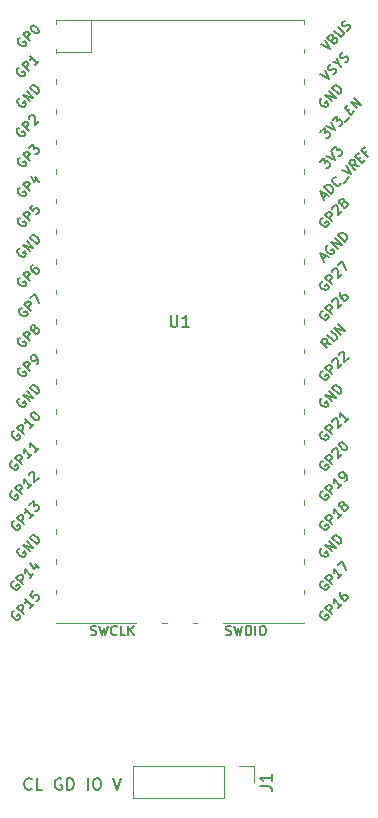
<source format=gbr>
%TF.GenerationSoftware,KiCad,Pcbnew,(5.1.10-1-10_14)*%
%TF.CreationDate,2021-09-19T11:37:43+09:00*%
%TF.ProjectId,Vpico,56706963-6f2e-46b6-9963-61645f706362,rev?*%
%TF.SameCoordinates,Original*%
%TF.FileFunction,Legend,Top*%
%TF.FilePolarity,Positive*%
%FSLAX46Y46*%
G04 Gerber Fmt 4.6, Leading zero omitted, Abs format (unit mm)*
G04 Created by KiCad (PCBNEW (5.1.10-1-10_14)) date 2021-09-19 11:37:43*
%MOMM*%
%LPD*%
G01*
G04 APERTURE LIST*
%ADD10C,0.150000*%
%ADD11C,0.120000*%
G04 APERTURE END LIST*
D10*
X171471428Y-144057142D02*
X171423809Y-144104761D01*
X171280952Y-144152380D01*
X171185714Y-144152380D01*
X171042857Y-144104761D01*
X170947619Y-144009523D01*
X170900000Y-143914285D01*
X170852380Y-143723809D01*
X170852380Y-143580952D01*
X170900000Y-143390476D01*
X170947619Y-143295238D01*
X171042857Y-143200000D01*
X171185714Y-143152380D01*
X171280952Y-143152380D01*
X171423809Y-143200000D01*
X171471428Y-143247619D01*
X172376190Y-144152380D02*
X171900000Y-144152380D01*
X171900000Y-143152380D01*
X173995238Y-143200000D02*
X173900000Y-143152380D01*
X173757142Y-143152380D01*
X173614285Y-143200000D01*
X173519047Y-143295238D01*
X173471428Y-143390476D01*
X173423809Y-143580952D01*
X173423809Y-143723809D01*
X173471428Y-143914285D01*
X173519047Y-144009523D01*
X173614285Y-144104761D01*
X173757142Y-144152380D01*
X173852380Y-144152380D01*
X173995238Y-144104761D01*
X174042857Y-144057142D01*
X174042857Y-143723809D01*
X173852380Y-143723809D01*
X174471428Y-144152380D02*
X174471428Y-143152380D01*
X174709523Y-143152380D01*
X174852380Y-143200000D01*
X174947619Y-143295238D01*
X174995238Y-143390476D01*
X175042857Y-143580952D01*
X175042857Y-143723809D01*
X174995238Y-143914285D01*
X174947619Y-144009523D01*
X174852380Y-144104761D01*
X174709523Y-144152380D01*
X174471428Y-144152380D01*
X176233333Y-144152380D02*
X176233333Y-143152380D01*
X176900000Y-143152380D02*
X177090476Y-143152380D01*
X177185714Y-143200000D01*
X177280952Y-143295238D01*
X177328571Y-143485714D01*
X177328571Y-143819047D01*
X177280952Y-144009523D01*
X177185714Y-144104761D01*
X177090476Y-144152380D01*
X176900000Y-144152380D01*
X176804761Y-144104761D01*
X176709523Y-144009523D01*
X176661904Y-143819047D01*
X176661904Y-143485714D01*
X176709523Y-143295238D01*
X176804761Y-143200000D01*
X176900000Y-143152380D01*
X178376190Y-143152380D02*
X178709523Y-144152380D01*
X179042857Y-143152380D01*
D11*
%TO.C,J1*%
X190330000Y-142170000D02*
X190330000Y-143500000D01*
X189000000Y-142170000D02*
X190330000Y-142170000D01*
X187730000Y-142170000D02*
X187730000Y-144830000D01*
X187730000Y-144830000D02*
X180050000Y-144830000D01*
X187730000Y-142170000D02*
X180050000Y-142170000D01*
X180050000Y-142170000D02*
X180050000Y-144830000D01*
%TO.C,U1*%
X173500000Y-79000000D02*
X194500000Y-79000000D01*
X180300000Y-130000000D02*
X173500000Y-130000000D01*
X173500000Y-81667000D02*
X176507000Y-81667000D01*
X176507000Y-81667000D02*
X176507000Y-79000000D01*
X173500000Y-79000000D02*
X173500000Y-79300000D01*
X173500000Y-81400000D02*
X173500000Y-81800000D01*
X173500000Y-84000000D02*
X173500000Y-84400000D01*
X173500000Y-86500000D02*
X173500000Y-86900000D01*
X173500000Y-89100000D02*
X173500000Y-89500000D01*
X173500000Y-91600000D02*
X173500000Y-92000000D01*
X173500000Y-94100000D02*
X173500000Y-94500000D01*
X173500000Y-96700000D02*
X173500000Y-97100000D01*
X173500000Y-99200000D02*
X173500000Y-99600000D01*
X173500000Y-101800000D02*
X173500000Y-102200000D01*
X173500000Y-104300000D02*
X173500000Y-104700000D01*
X173500000Y-106800000D02*
X173500000Y-107200000D01*
X173500000Y-109400000D02*
X173500000Y-109800000D01*
X173500000Y-111900000D02*
X173500000Y-112300000D01*
X173500000Y-114500000D02*
X173500000Y-114900000D01*
X173500000Y-117000000D02*
X173500000Y-117400000D01*
X173500000Y-119600000D02*
X173500000Y-120000000D01*
X173500000Y-122100000D02*
X173500000Y-122500000D01*
X173500000Y-124600000D02*
X173500000Y-125000000D01*
X173500000Y-127200000D02*
X173500000Y-127600000D01*
X194500000Y-94100000D02*
X194500000Y-94500000D01*
X194500000Y-99200000D02*
X194500000Y-99600000D01*
X194500000Y-106800000D02*
X194500000Y-107200000D01*
X194500000Y-114500000D02*
X194500000Y-114900000D01*
X194500000Y-84000000D02*
X194500000Y-84400000D01*
X194500000Y-81400000D02*
X194500000Y-81800000D01*
X194500000Y-89100000D02*
X194500000Y-89500000D01*
X194500000Y-122100000D02*
X194500000Y-122500000D01*
X194500000Y-127200000D02*
X194500000Y-127600000D01*
X194500000Y-124600000D02*
X194500000Y-125000000D01*
X194500000Y-109400000D02*
X194500000Y-109800000D01*
X194500000Y-104300000D02*
X194500000Y-104700000D01*
X194500000Y-91600000D02*
X194500000Y-92000000D01*
X194500000Y-96700000D02*
X194500000Y-97100000D01*
X194500000Y-117000000D02*
X194500000Y-117400000D01*
X194500000Y-101800000D02*
X194500000Y-102200000D01*
X194500000Y-79000000D02*
X194500000Y-79300000D01*
X194500000Y-86500000D02*
X194500000Y-86900000D01*
X194500000Y-111900000D02*
X194500000Y-112300000D01*
X194500000Y-119600000D02*
X194500000Y-120000000D01*
X194500000Y-130000000D02*
X187700000Y-130000000D01*
X182500000Y-130000000D02*
X182900000Y-130000000D01*
X185100000Y-130000000D02*
X185500000Y-130000000D01*
%TO.C,J1*%
D10*
X190782380Y-143833333D02*
X191496666Y-143833333D01*
X191639523Y-143880952D01*
X191734761Y-143976190D01*
X191782380Y-144119047D01*
X191782380Y-144214285D01*
X191782380Y-142833333D02*
X191782380Y-143404761D01*
X191782380Y-143119047D02*
X190782380Y-143119047D01*
X190925238Y-143214285D01*
X191020476Y-143309523D01*
X191068095Y-143404761D01*
%TO.C,U1*%
X183238095Y-103952380D02*
X183238095Y-104761904D01*
X183285714Y-104857142D01*
X183333333Y-104904761D01*
X183428571Y-104952380D01*
X183619047Y-104952380D01*
X183714285Y-104904761D01*
X183761904Y-104857142D01*
X183809523Y-104761904D01*
X183809523Y-103952380D01*
X184809523Y-104952380D02*
X184238095Y-104952380D01*
X184523809Y-104952380D02*
X184523809Y-103952380D01*
X184428571Y-104095238D01*
X184333333Y-104190476D01*
X184238095Y-104238095D01*
X187904761Y-131023809D02*
X188019047Y-131061904D01*
X188209523Y-131061904D01*
X188285714Y-131023809D01*
X188323809Y-130985714D01*
X188361904Y-130909523D01*
X188361904Y-130833333D01*
X188323809Y-130757142D01*
X188285714Y-130719047D01*
X188209523Y-130680952D01*
X188057142Y-130642857D01*
X187980952Y-130604761D01*
X187942857Y-130566666D01*
X187904761Y-130490476D01*
X187904761Y-130414285D01*
X187942857Y-130338095D01*
X187980952Y-130300000D01*
X188057142Y-130261904D01*
X188247619Y-130261904D01*
X188361904Y-130300000D01*
X188628571Y-130261904D02*
X188819047Y-131061904D01*
X188971428Y-130490476D01*
X189123809Y-131061904D01*
X189314285Y-130261904D01*
X189619047Y-131061904D02*
X189619047Y-130261904D01*
X189809523Y-130261904D01*
X189923809Y-130300000D01*
X190000000Y-130376190D01*
X190038095Y-130452380D01*
X190076190Y-130604761D01*
X190076190Y-130719047D01*
X190038095Y-130871428D01*
X190000000Y-130947619D01*
X189923809Y-131023809D01*
X189809523Y-131061904D01*
X189619047Y-131061904D01*
X190419047Y-131061904D02*
X190419047Y-130261904D01*
X190952380Y-130261904D02*
X191104761Y-130261904D01*
X191180952Y-130300000D01*
X191257142Y-130376190D01*
X191295238Y-130528571D01*
X191295238Y-130795238D01*
X191257142Y-130947619D01*
X191180952Y-131023809D01*
X191104761Y-131061904D01*
X190952380Y-131061904D01*
X190876190Y-131023809D01*
X190800000Y-130947619D01*
X190761904Y-130795238D01*
X190761904Y-130528571D01*
X190800000Y-130376190D01*
X190876190Y-130300000D01*
X190952380Y-130261904D01*
X176490476Y-131023809D02*
X176604761Y-131061904D01*
X176795238Y-131061904D01*
X176871428Y-131023809D01*
X176909523Y-130985714D01*
X176947619Y-130909523D01*
X176947619Y-130833333D01*
X176909523Y-130757142D01*
X176871428Y-130719047D01*
X176795238Y-130680952D01*
X176642857Y-130642857D01*
X176566666Y-130604761D01*
X176528571Y-130566666D01*
X176490476Y-130490476D01*
X176490476Y-130414285D01*
X176528571Y-130338095D01*
X176566666Y-130300000D01*
X176642857Y-130261904D01*
X176833333Y-130261904D01*
X176947619Y-130300000D01*
X177214285Y-130261904D02*
X177404761Y-131061904D01*
X177557142Y-130490476D01*
X177709523Y-131061904D01*
X177900000Y-130261904D01*
X178661904Y-130985714D02*
X178623809Y-131023809D01*
X178509523Y-131061904D01*
X178433333Y-131061904D01*
X178319047Y-131023809D01*
X178242857Y-130947619D01*
X178204761Y-130871428D01*
X178166666Y-130719047D01*
X178166666Y-130604761D01*
X178204761Y-130452380D01*
X178242857Y-130376190D01*
X178319047Y-130300000D01*
X178433333Y-130261904D01*
X178509523Y-130261904D01*
X178623809Y-130300000D01*
X178661904Y-130338095D01*
X179385714Y-131061904D02*
X179004761Y-131061904D01*
X179004761Y-130261904D01*
X179652380Y-131061904D02*
X179652380Y-130261904D01*
X180109523Y-131061904D02*
X179766666Y-130604761D01*
X180109523Y-130261904D02*
X179652380Y-130719047D01*
X196151597Y-99240964D02*
X196420971Y-98971590D01*
X196259346Y-99456463D02*
X195882223Y-98702216D01*
X196636470Y-99079340D01*
X196582595Y-98055719D02*
X196501783Y-98082656D01*
X196420971Y-98163468D01*
X196367096Y-98271218D01*
X196367096Y-98378967D01*
X196394033Y-98459780D01*
X196474845Y-98594467D01*
X196555658Y-98675279D01*
X196690345Y-98756091D01*
X196771157Y-98783028D01*
X196878906Y-98783028D01*
X196986656Y-98729154D01*
X197040531Y-98675279D01*
X197094406Y-98567529D01*
X197094406Y-98513654D01*
X196905844Y-98325093D01*
X196798094Y-98432842D01*
X197390717Y-98325093D02*
X196825032Y-97759407D01*
X197713966Y-98001844D01*
X197148280Y-97436158D01*
X197983340Y-97732470D02*
X197417654Y-97166784D01*
X197552341Y-97032097D01*
X197660091Y-96978223D01*
X197767841Y-96978223D01*
X197848653Y-97005160D01*
X197983340Y-97085972D01*
X198064152Y-97166784D01*
X198144964Y-97301471D01*
X198171902Y-97382284D01*
X198171902Y-97490033D01*
X198118027Y-97597783D01*
X197983340Y-97732470D01*
X196086158Y-85598155D02*
X196005346Y-85625093D01*
X195924534Y-85705905D01*
X195870659Y-85813654D01*
X195870659Y-85921404D01*
X195897597Y-86002216D01*
X195978409Y-86136903D01*
X196059221Y-86217715D01*
X196193908Y-86298528D01*
X196274720Y-86325465D01*
X196382470Y-86325465D01*
X196490219Y-86271590D01*
X196544094Y-86217715D01*
X196597969Y-86109966D01*
X196597969Y-86056091D01*
X196409407Y-85867529D01*
X196301658Y-85975279D01*
X196894280Y-85867529D02*
X196328595Y-85301844D01*
X197217529Y-85544280D01*
X196651844Y-84978595D01*
X197486903Y-85274906D02*
X196921218Y-84709221D01*
X197055905Y-84574534D01*
X197163654Y-84520659D01*
X197271404Y-84520659D01*
X197352216Y-84547597D01*
X197486903Y-84628409D01*
X197567715Y-84709221D01*
X197648528Y-84843908D01*
X197675465Y-84924720D01*
X197675465Y-85032470D01*
X197621590Y-85140219D01*
X197486903Y-85274906D01*
X196086158Y-110998155D02*
X196005346Y-111025093D01*
X195924534Y-111105905D01*
X195870659Y-111213654D01*
X195870659Y-111321404D01*
X195897597Y-111402216D01*
X195978409Y-111536903D01*
X196059221Y-111617715D01*
X196193908Y-111698528D01*
X196274720Y-111725465D01*
X196382470Y-111725465D01*
X196490219Y-111671590D01*
X196544094Y-111617715D01*
X196597969Y-111509966D01*
X196597969Y-111456091D01*
X196409407Y-111267529D01*
X196301658Y-111375279D01*
X196894280Y-111267529D02*
X196328595Y-110701844D01*
X197217529Y-110944280D01*
X196651844Y-110378595D01*
X197486903Y-110674906D02*
X196921218Y-110109221D01*
X197055905Y-109974534D01*
X197163654Y-109920659D01*
X197271404Y-109920659D01*
X197352216Y-109947597D01*
X197486903Y-110028409D01*
X197567715Y-110109221D01*
X197648528Y-110243908D01*
X197675465Y-110324720D01*
X197675465Y-110432470D01*
X197621590Y-110540219D01*
X197486903Y-110674906D01*
X196086158Y-123698155D02*
X196005346Y-123725093D01*
X195924534Y-123805905D01*
X195870659Y-123913654D01*
X195870659Y-124021404D01*
X195897597Y-124102216D01*
X195978409Y-124236903D01*
X196059221Y-124317715D01*
X196193908Y-124398528D01*
X196274720Y-124425465D01*
X196382470Y-124425465D01*
X196490219Y-124371590D01*
X196544094Y-124317715D01*
X196597969Y-124209966D01*
X196597969Y-124156091D01*
X196409407Y-123967529D01*
X196301658Y-124075279D01*
X196894280Y-123967529D02*
X196328595Y-123401844D01*
X197217529Y-123644280D01*
X196651844Y-123078595D01*
X197486903Y-123374906D02*
X196921218Y-122809221D01*
X197055905Y-122674534D01*
X197163654Y-122620659D01*
X197271404Y-122620659D01*
X197352216Y-122647597D01*
X197486903Y-122728409D01*
X197567715Y-122809221D01*
X197648528Y-122943908D01*
X197675465Y-123024720D01*
X197675465Y-123132470D01*
X197621590Y-123240219D01*
X197486903Y-123374906D01*
X170486158Y-123698155D02*
X170405346Y-123725093D01*
X170324534Y-123805905D01*
X170270659Y-123913654D01*
X170270659Y-124021404D01*
X170297597Y-124102216D01*
X170378409Y-124236903D01*
X170459221Y-124317715D01*
X170593908Y-124398528D01*
X170674720Y-124425465D01*
X170782470Y-124425465D01*
X170890219Y-124371590D01*
X170944094Y-124317715D01*
X170997969Y-124209966D01*
X170997969Y-124156091D01*
X170809407Y-123967529D01*
X170701658Y-124075279D01*
X171294280Y-123967529D02*
X170728595Y-123401844D01*
X171617529Y-123644280D01*
X171051844Y-123078595D01*
X171886903Y-123374906D02*
X171321218Y-122809221D01*
X171455905Y-122674534D01*
X171563654Y-122620659D01*
X171671404Y-122620659D01*
X171752216Y-122647597D01*
X171886903Y-122728409D01*
X171967715Y-122809221D01*
X172048528Y-122943908D01*
X172075465Y-123024720D01*
X172075465Y-123132470D01*
X172021590Y-123240219D01*
X171886903Y-123374906D01*
X170486158Y-110998155D02*
X170405346Y-111025093D01*
X170324534Y-111105905D01*
X170270659Y-111213654D01*
X170270659Y-111321404D01*
X170297597Y-111402216D01*
X170378409Y-111536903D01*
X170459221Y-111617715D01*
X170593908Y-111698528D01*
X170674720Y-111725465D01*
X170782470Y-111725465D01*
X170890219Y-111671590D01*
X170944094Y-111617715D01*
X170997969Y-111509966D01*
X170997969Y-111456091D01*
X170809407Y-111267529D01*
X170701658Y-111375279D01*
X171294280Y-111267529D02*
X170728595Y-110701844D01*
X171617529Y-110944280D01*
X171051844Y-110378595D01*
X171886903Y-110674906D02*
X171321218Y-110109221D01*
X171455905Y-109974534D01*
X171563654Y-109920659D01*
X171671404Y-109920659D01*
X171752216Y-109947597D01*
X171886903Y-110028409D01*
X171967715Y-110109221D01*
X172048528Y-110243908D01*
X172075465Y-110324720D01*
X172075465Y-110432470D01*
X172021590Y-110540219D01*
X171886903Y-110674906D01*
X170486158Y-98298155D02*
X170405346Y-98325093D01*
X170324534Y-98405905D01*
X170270659Y-98513654D01*
X170270659Y-98621404D01*
X170297597Y-98702216D01*
X170378409Y-98836903D01*
X170459221Y-98917715D01*
X170593908Y-98998528D01*
X170674720Y-99025465D01*
X170782470Y-99025465D01*
X170890219Y-98971590D01*
X170944094Y-98917715D01*
X170997969Y-98809966D01*
X170997969Y-98756091D01*
X170809407Y-98567529D01*
X170701658Y-98675279D01*
X171294280Y-98567529D02*
X170728595Y-98001844D01*
X171617529Y-98244280D01*
X171051844Y-97678595D01*
X171886903Y-97974906D02*
X171321218Y-97409221D01*
X171455905Y-97274534D01*
X171563654Y-97220659D01*
X171671404Y-97220659D01*
X171752216Y-97247597D01*
X171886903Y-97328409D01*
X171967715Y-97409221D01*
X172048528Y-97543908D01*
X172075465Y-97624720D01*
X172075465Y-97732470D01*
X172021590Y-97840219D01*
X171886903Y-97974906D01*
X170486158Y-85598155D02*
X170405346Y-85625093D01*
X170324534Y-85705905D01*
X170270659Y-85813654D01*
X170270659Y-85921404D01*
X170297597Y-86002216D01*
X170378409Y-86136903D01*
X170459221Y-86217715D01*
X170593908Y-86298528D01*
X170674720Y-86325465D01*
X170782470Y-86325465D01*
X170890219Y-86271590D01*
X170944094Y-86217715D01*
X170997969Y-86109966D01*
X170997969Y-86056091D01*
X170809407Y-85867529D01*
X170701658Y-85975279D01*
X171294280Y-85867529D02*
X170728595Y-85301844D01*
X171617529Y-85544280D01*
X171051844Y-84978595D01*
X171886903Y-85274906D02*
X171321218Y-84709221D01*
X171455905Y-84574534D01*
X171563654Y-84520659D01*
X171671404Y-84520659D01*
X171752216Y-84547597D01*
X171886903Y-84628409D01*
X171967715Y-84709221D01*
X172048528Y-84843908D01*
X172075465Y-84924720D01*
X172075465Y-85032470D01*
X172021590Y-85140219D01*
X171886903Y-85274906D01*
X195953129Y-81027309D02*
X196707377Y-81404433D01*
X196330253Y-80650186D01*
X196976751Y-80542436D02*
X197084500Y-80488561D01*
X197138375Y-80488561D01*
X197219187Y-80515499D01*
X197300000Y-80596311D01*
X197326937Y-80677123D01*
X197326937Y-80730998D01*
X197300000Y-80811810D01*
X197084500Y-81027309D01*
X196518815Y-80461624D01*
X196707377Y-80273062D01*
X196788189Y-80246125D01*
X196842064Y-80246125D01*
X196922876Y-80273062D01*
X196976751Y-80326937D01*
X197003688Y-80407749D01*
X197003688Y-80461624D01*
X196976751Y-80542436D01*
X196788189Y-80730998D01*
X197084500Y-79895938D02*
X197542436Y-80353874D01*
X197623248Y-80380812D01*
X197677123Y-80380812D01*
X197757935Y-80353874D01*
X197865685Y-80246125D01*
X197892622Y-80165312D01*
X197892622Y-80111438D01*
X197865685Y-80030625D01*
X197407749Y-79572690D01*
X198188934Y-79869001D02*
X198296683Y-79815126D01*
X198431370Y-79680439D01*
X198458308Y-79599627D01*
X198458308Y-79545752D01*
X198431370Y-79464940D01*
X198377496Y-79411065D01*
X198296683Y-79384128D01*
X198242809Y-79384128D01*
X198161996Y-79411065D01*
X198027309Y-79491877D01*
X197946497Y-79518815D01*
X197892622Y-79518815D01*
X197811810Y-79491877D01*
X197757935Y-79438003D01*
X197730998Y-79357190D01*
X197730998Y-79303316D01*
X197757935Y-79222503D01*
X197892622Y-79087816D01*
X198000372Y-79033942D01*
X195920473Y-83569966D02*
X196674720Y-83947089D01*
X196297597Y-83192842D01*
X196997969Y-83569966D02*
X197105719Y-83516091D01*
X197240406Y-83381404D01*
X197267343Y-83300592D01*
X197267343Y-83246717D01*
X197240406Y-83165905D01*
X197186531Y-83112030D01*
X197105719Y-83085093D01*
X197051844Y-83085093D01*
X196971032Y-83112030D01*
X196836345Y-83192842D01*
X196755532Y-83219780D01*
X196701658Y-83219780D01*
X196620845Y-83192842D01*
X196566971Y-83138967D01*
X196540033Y-83058155D01*
X196540033Y-83004280D01*
X196566971Y-82923468D01*
X196701658Y-82788781D01*
X196809407Y-82734906D01*
X197428967Y-82654094D02*
X197698341Y-82923468D01*
X196944094Y-82546345D02*
X197428967Y-82654094D01*
X197321218Y-82169221D01*
X198021590Y-82546345D02*
X198129340Y-82492470D01*
X198264027Y-82357783D01*
X198290964Y-82276971D01*
X198290964Y-82223096D01*
X198264027Y-82142284D01*
X198210152Y-82088409D01*
X198129340Y-82061471D01*
X198075465Y-82061471D01*
X197994653Y-82088409D01*
X197859966Y-82169221D01*
X197779154Y-82196158D01*
X197725279Y-82196158D01*
X197644467Y-82169221D01*
X197590592Y-82115346D01*
X197563654Y-82034534D01*
X197563654Y-81980659D01*
X197590592Y-81899847D01*
X197725279Y-81765160D01*
X197833028Y-81711285D01*
X195922131Y-88458308D02*
X196272317Y-88108122D01*
X196299255Y-88512183D01*
X196380067Y-88431370D01*
X196460879Y-88404433D01*
X196514754Y-88404433D01*
X196595566Y-88431370D01*
X196730253Y-88566057D01*
X196757190Y-88646870D01*
X196757190Y-88700744D01*
X196730253Y-88781557D01*
X196568629Y-88943181D01*
X196487816Y-88970118D01*
X196433942Y-88970118D01*
X196433942Y-87946497D02*
X197188189Y-88323621D01*
X196811065Y-87569374D01*
X196945752Y-87434687D02*
X197295938Y-87084500D01*
X197322876Y-87488561D01*
X197403688Y-87407749D01*
X197484500Y-87380812D01*
X197538375Y-87380812D01*
X197619187Y-87407749D01*
X197753874Y-87542436D01*
X197780812Y-87623248D01*
X197780812Y-87677123D01*
X197753874Y-87757935D01*
X197592250Y-87919560D01*
X197511438Y-87946497D01*
X197457563Y-87946497D01*
X198023248Y-87596311D02*
X198454247Y-87165312D01*
X198238748Y-86680439D02*
X198427309Y-86491877D01*
X198804433Y-86707377D02*
X198535059Y-86976751D01*
X197969374Y-86411065D01*
X198238748Y-86141691D01*
X199046870Y-86464940D02*
X198481184Y-85899255D01*
X199370118Y-86141691D01*
X198804433Y-85576006D01*
X195889847Y-90990592D02*
X196240033Y-90640406D01*
X196266971Y-91044467D01*
X196347783Y-90963654D01*
X196428595Y-90936717D01*
X196482470Y-90936717D01*
X196563282Y-90963654D01*
X196697969Y-91098341D01*
X196724906Y-91179154D01*
X196724906Y-91233028D01*
X196697969Y-91313841D01*
X196536345Y-91475465D01*
X196455532Y-91502402D01*
X196401658Y-91502402D01*
X196401658Y-90478781D02*
X197155905Y-90855905D01*
X196778781Y-90101658D01*
X196913468Y-89966971D02*
X197263654Y-89616784D01*
X197290592Y-90020845D01*
X197371404Y-89940033D01*
X197452216Y-89913096D01*
X197506091Y-89913096D01*
X197586903Y-89940033D01*
X197721590Y-90074720D01*
X197748528Y-90155532D01*
X197748528Y-90209407D01*
X197721590Y-90290219D01*
X197559966Y-90451844D01*
X197479154Y-90478781D01*
X197425279Y-90478781D01*
X196154788Y-94033773D02*
X196424162Y-93764399D01*
X196262537Y-94249272D02*
X195885414Y-93495025D01*
X196639661Y-93872149D01*
X196828223Y-93683587D02*
X196262537Y-93117902D01*
X196397224Y-92983215D01*
X196504974Y-92929340D01*
X196612723Y-92929340D01*
X196693536Y-92956277D01*
X196828223Y-93037089D01*
X196909035Y-93117902D01*
X196989847Y-93252589D01*
X197016784Y-93333401D01*
X197016784Y-93441150D01*
X196962910Y-93548900D01*
X196828223Y-93683587D01*
X197663282Y-92740778D02*
X197663282Y-92794653D01*
X197609407Y-92902402D01*
X197555532Y-92956277D01*
X197447783Y-93010152D01*
X197340033Y-93010152D01*
X197259221Y-92983215D01*
X197124534Y-92902402D01*
X197043722Y-92821590D01*
X196962910Y-92686903D01*
X196935972Y-92606091D01*
X196935972Y-92498341D01*
X196989847Y-92390592D01*
X197043722Y-92336717D01*
X197151471Y-92282842D01*
X197205346Y-92282842D01*
X197878781Y-92740778D02*
X198309780Y-92309780D01*
X197744094Y-91636345D02*
X198498341Y-92013468D01*
X198121218Y-91259221D01*
X199198714Y-91313096D02*
X198740778Y-91232284D01*
X198875465Y-91636345D02*
X198309780Y-91070659D01*
X198525279Y-90855160D01*
X198606091Y-90828223D01*
X198659966Y-90828223D01*
X198740778Y-90855160D01*
X198821590Y-90935972D01*
X198848528Y-91016784D01*
X198848528Y-91070659D01*
X198821590Y-91151471D01*
X198606091Y-91366971D01*
X199144839Y-90774348D02*
X199333401Y-90585786D01*
X199710524Y-90801285D02*
X199441150Y-91070659D01*
X198875465Y-90504974D01*
X199144839Y-90235600D01*
X199845211Y-90073975D02*
X199656650Y-90262537D01*
X199952961Y-90558849D02*
X199387276Y-89993163D01*
X199656650Y-89723789D01*
X196097722Y-95746592D02*
X196016910Y-95773529D01*
X195936097Y-95854341D01*
X195882223Y-95962091D01*
X195882223Y-96069841D01*
X195909160Y-96150653D01*
X195989972Y-96285340D01*
X196070784Y-96366152D01*
X196205471Y-96446964D01*
X196286284Y-96473902D01*
X196394033Y-96473902D01*
X196501783Y-96420027D01*
X196555658Y-96366152D01*
X196609532Y-96258402D01*
X196609532Y-96204528D01*
X196420971Y-96015966D01*
X196313221Y-96123715D01*
X196905844Y-96015966D02*
X196340158Y-95450280D01*
X196555658Y-95234781D01*
X196636470Y-95207844D01*
X196690345Y-95207844D01*
X196771157Y-95234781D01*
X196851969Y-95315593D01*
X196878906Y-95396406D01*
X196878906Y-95450280D01*
X196851969Y-95531093D01*
X196636470Y-95746592D01*
X196932781Y-94965407D02*
X196932781Y-94911532D01*
X196959719Y-94830720D01*
X197094406Y-94696033D01*
X197175218Y-94669096D01*
X197229093Y-94669096D01*
X197309905Y-94696033D01*
X197363780Y-94749908D01*
X197417654Y-94857658D01*
X197417654Y-95504155D01*
X197767841Y-95153969D01*
X197767841Y-94507471D02*
X197687028Y-94534409D01*
X197633154Y-94534409D01*
X197552341Y-94507471D01*
X197525404Y-94480534D01*
X197498467Y-94399722D01*
X197498467Y-94345847D01*
X197525404Y-94265035D01*
X197633154Y-94157285D01*
X197713966Y-94130348D01*
X197767841Y-94130348D01*
X197848653Y-94157285D01*
X197875590Y-94184223D01*
X197902528Y-94265035D01*
X197902528Y-94318910D01*
X197875590Y-94399722D01*
X197767841Y-94507471D01*
X197740903Y-94588284D01*
X197740903Y-94642158D01*
X197767841Y-94722971D01*
X197875590Y-94830720D01*
X197956402Y-94857658D01*
X198010277Y-94857658D01*
X198091089Y-94830720D01*
X198198839Y-94722971D01*
X198225776Y-94642158D01*
X198225776Y-94588284D01*
X198198839Y-94507471D01*
X198091089Y-94399722D01*
X198010277Y-94372784D01*
X197956402Y-94372784D01*
X197875590Y-94399722D01*
X196097722Y-101090592D02*
X196016910Y-101117529D01*
X195936097Y-101198341D01*
X195882223Y-101306091D01*
X195882223Y-101413841D01*
X195909160Y-101494653D01*
X195989972Y-101629340D01*
X196070784Y-101710152D01*
X196205471Y-101790964D01*
X196286284Y-101817902D01*
X196394033Y-101817902D01*
X196501783Y-101764027D01*
X196555658Y-101710152D01*
X196609532Y-101602402D01*
X196609532Y-101548528D01*
X196420971Y-101359966D01*
X196313221Y-101467715D01*
X196905844Y-101359966D02*
X196340158Y-100794280D01*
X196555658Y-100578781D01*
X196636470Y-100551844D01*
X196690345Y-100551844D01*
X196771157Y-100578781D01*
X196851969Y-100659593D01*
X196878906Y-100740406D01*
X196878906Y-100794280D01*
X196851969Y-100875093D01*
X196636470Y-101090592D01*
X196932781Y-100309407D02*
X196932781Y-100255532D01*
X196959719Y-100174720D01*
X197094406Y-100040033D01*
X197175218Y-100013096D01*
X197229093Y-100013096D01*
X197309905Y-100040033D01*
X197363780Y-100093908D01*
X197417654Y-100201658D01*
X197417654Y-100848155D01*
X197767841Y-100497969D01*
X197390717Y-99743722D02*
X197767841Y-99366598D01*
X198091089Y-100174720D01*
X196097722Y-103620592D02*
X196016910Y-103647529D01*
X195936097Y-103728341D01*
X195882223Y-103836091D01*
X195882223Y-103943841D01*
X195909160Y-104024653D01*
X195989972Y-104159340D01*
X196070784Y-104240152D01*
X196205471Y-104320964D01*
X196286284Y-104347902D01*
X196394033Y-104347902D01*
X196501783Y-104294027D01*
X196555658Y-104240152D01*
X196609532Y-104132402D01*
X196609532Y-104078528D01*
X196420971Y-103889966D01*
X196313221Y-103997715D01*
X196905844Y-103889966D02*
X196340158Y-103324280D01*
X196555658Y-103108781D01*
X196636470Y-103081844D01*
X196690345Y-103081844D01*
X196771157Y-103108781D01*
X196851969Y-103189593D01*
X196878906Y-103270406D01*
X196878906Y-103324280D01*
X196851969Y-103405093D01*
X196636470Y-103620592D01*
X196932781Y-102839407D02*
X196932781Y-102785532D01*
X196959719Y-102704720D01*
X197094406Y-102570033D01*
X197175218Y-102543096D01*
X197229093Y-102543096D01*
X197309905Y-102570033D01*
X197363780Y-102623908D01*
X197417654Y-102731658D01*
X197417654Y-103378155D01*
X197767841Y-103027969D01*
X197687028Y-101977410D02*
X197579279Y-102085160D01*
X197552341Y-102165972D01*
X197552341Y-102219847D01*
X197579279Y-102354534D01*
X197660091Y-102489221D01*
X197875590Y-102704720D01*
X197956402Y-102731658D01*
X198010277Y-102731658D01*
X198091089Y-102704720D01*
X198198839Y-102596971D01*
X198225776Y-102516158D01*
X198225776Y-102462284D01*
X198198839Y-102381471D01*
X198064152Y-102246784D01*
X197983340Y-102219847D01*
X197929465Y-102219847D01*
X197848653Y-102246784D01*
X197740903Y-102354534D01*
X197713966Y-102435346D01*
X197713966Y-102489221D01*
X197740903Y-102570033D01*
X196838375Y-106443435D02*
X196380439Y-106362622D01*
X196515126Y-106766683D02*
X195949441Y-106200998D01*
X196164940Y-105985499D01*
X196245752Y-105958561D01*
X196299627Y-105958561D01*
X196380439Y-105985499D01*
X196461251Y-106066311D01*
X196488189Y-106147123D01*
X196488189Y-106200998D01*
X196461251Y-106281810D01*
X196245752Y-106497309D01*
X196515126Y-105635312D02*
X196973062Y-106093248D01*
X197053874Y-106120186D01*
X197107749Y-106120186D01*
X197188561Y-106093248D01*
X197296311Y-105985499D01*
X197323248Y-105904687D01*
X197323248Y-105850812D01*
X197296311Y-105769999D01*
X196838375Y-105312064D01*
X197673435Y-105608375D02*
X197107749Y-105042690D01*
X197996683Y-105285126D01*
X197430998Y-104719441D01*
X196097722Y-108700592D02*
X196016910Y-108727529D01*
X195936097Y-108808341D01*
X195882223Y-108916091D01*
X195882223Y-109023841D01*
X195909160Y-109104653D01*
X195989972Y-109239340D01*
X196070784Y-109320152D01*
X196205471Y-109400964D01*
X196286284Y-109427902D01*
X196394033Y-109427902D01*
X196501783Y-109374027D01*
X196555658Y-109320152D01*
X196609532Y-109212402D01*
X196609532Y-109158528D01*
X196420971Y-108969966D01*
X196313221Y-109077715D01*
X196905844Y-108969966D02*
X196340158Y-108404280D01*
X196555658Y-108188781D01*
X196636470Y-108161844D01*
X196690345Y-108161844D01*
X196771157Y-108188781D01*
X196851969Y-108269593D01*
X196878906Y-108350406D01*
X196878906Y-108404280D01*
X196851969Y-108485093D01*
X196636470Y-108700592D01*
X196932781Y-107919407D02*
X196932781Y-107865532D01*
X196959719Y-107784720D01*
X197094406Y-107650033D01*
X197175218Y-107623096D01*
X197229093Y-107623096D01*
X197309905Y-107650033D01*
X197363780Y-107703908D01*
X197417654Y-107811658D01*
X197417654Y-108458155D01*
X197767841Y-108107969D01*
X197471529Y-107380659D02*
X197471529Y-107326784D01*
X197498467Y-107245972D01*
X197633154Y-107111285D01*
X197713966Y-107084348D01*
X197767841Y-107084348D01*
X197848653Y-107111285D01*
X197902528Y-107165160D01*
X197956402Y-107272910D01*
X197956402Y-107919407D01*
X198306589Y-107569221D01*
X196097722Y-113790592D02*
X196016910Y-113817529D01*
X195936097Y-113898341D01*
X195882223Y-114006091D01*
X195882223Y-114113841D01*
X195909160Y-114194653D01*
X195989972Y-114329340D01*
X196070784Y-114410152D01*
X196205471Y-114490964D01*
X196286284Y-114517902D01*
X196394033Y-114517902D01*
X196501783Y-114464027D01*
X196555658Y-114410152D01*
X196609532Y-114302402D01*
X196609532Y-114248528D01*
X196420971Y-114059966D01*
X196313221Y-114167715D01*
X196905844Y-114059966D02*
X196340158Y-113494280D01*
X196555658Y-113278781D01*
X196636470Y-113251844D01*
X196690345Y-113251844D01*
X196771157Y-113278781D01*
X196851969Y-113359593D01*
X196878906Y-113440406D01*
X196878906Y-113494280D01*
X196851969Y-113575093D01*
X196636470Y-113790592D01*
X196932781Y-113009407D02*
X196932781Y-112955532D01*
X196959719Y-112874720D01*
X197094406Y-112740033D01*
X197175218Y-112713096D01*
X197229093Y-112713096D01*
X197309905Y-112740033D01*
X197363780Y-112793908D01*
X197417654Y-112901658D01*
X197417654Y-113548155D01*
X197767841Y-113197969D01*
X198306589Y-112659221D02*
X197983340Y-112982470D01*
X198144964Y-112820845D02*
X197579279Y-112255160D01*
X197606216Y-112389847D01*
X197606216Y-112497597D01*
X197579279Y-112578409D01*
X196097722Y-116320592D02*
X196016910Y-116347529D01*
X195936097Y-116428341D01*
X195882223Y-116536091D01*
X195882223Y-116643841D01*
X195909160Y-116724653D01*
X195989972Y-116859340D01*
X196070784Y-116940152D01*
X196205471Y-117020964D01*
X196286284Y-117047902D01*
X196394033Y-117047902D01*
X196501783Y-116994027D01*
X196555658Y-116940152D01*
X196609532Y-116832402D01*
X196609532Y-116778528D01*
X196420971Y-116589966D01*
X196313221Y-116697715D01*
X196905844Y-116589966D02*
X196340158Y-116024280D01*
X196555658Y-115808781D01*
X196636470Y-115781844D01*
X196690345Y-115781844D01*
X196771157Y-115808781D01*
X196851969Y-115889593D01*
X196878906Y-115970406D01*
X196878906Y-116024280D01*
X196851969Y-116105093D01*
X196636470Y-116320592D01*
X196932781Y-115539407D02*
X196932781Y-115485532D01*
X196959719Y-115404720D01*
X197094406Y-115270033D01*
X197175218Y-115243096D01*
X197229093Y-115243096D01*
X197309905Y-115270033D01*
X197363780Y-115323908D01*
X197417654Y-115431658D01*
X197417654Y-116078155D01*
X197767841Y-115727969D01*
X197552341Y-114812097D02*
X197606216Y-114758223D01*
X197687028Y-114731285D01*
X197740903Y-114731285D01*
X197821715Y-114758223D01*
X197956402Y-114839035D01*
X198091089Y-114973722D01*
X198171902Y-115108409D01*
X198198839Y-115189221D01*
X198198839Y-115243096D01*
X198171902Y-115323908D01*
X198118027Y-115377783D01*
X198037215Y-115404720D01*
X197983340Y-115404720D01*
X197902528Y-115377783D01*
X197767841Y-115296971D01*
X197633154Y-115162284D01*
X197552341Y-115027597D01*
X197525404Y-114946784D01*
X197525404Y-114892910D01*
X197552341Y-114812097D01*
X196097722Y-118860592D02*
X196016910Y-118887529D01*
X195936097Y-118968341D01*
X195882223Y-119076091D01*
X195882223Y-119183841D01*
X195909160Y-119264653D01*
X195989972Y-119399340D01*
X196070784Y-119480152D01*
X196205471Y-119560964D01*
X196286284Y-119587902D01*
X196394033Y-119587902D01*
X196501783Y-119534027D01*
X196555658Y-119480152D01*
X196609532Y-119372402D01*
X196609532Y-119318528D01*
X196420971Y-119129966D01*
X196313221Y-119237715D01*
X196905844Y-119129966D02*
X196340158Y-118564280D01*
X196555658Y-118348781D01*
X196636470Y-118321844D01*
X196690345Y-118321844D01*
X196771157Y-118348781D01*
X196851969Y-118429593D01*
X196878906Y-118510406D01*
X196878906Y-118564280D01*
X196851969Y-118645093D01*
X196636470Y-118860592D01*
X197767841Y-118267969D02*
X197444592Y-118591218D01*
X197606216Y-118429593D02*
X197040531Y-117863908D01*
X197067468Y-117998595D01*
X197067468Y-118106345D01*
X197040531Y-118187157D01*
X198037215Y-117998595D02*
X198144964Y-117890845D01*
X198171902Y-117810033D01*
X198171902Y-117756158D01*
X198144964Y-117621471D01*
X198064152Y-117486784D01*
X197848653Y-117271285D01*
X197767841Y-117244348D01*
X197713966Y-117244348D01*
X197633154Y-117271285D01*
X197525404Y-117379035D01*
X197498467Y-117459847D01*
X197498467Y-117513722D01*
X197525404Y-117594534D01*
X197660091Y-117729221D01*
X197740903Y-117756158D01*
X197794778Y-117756158D01*
X197875590Y-117729221D01*
X197983340Y-117621471D01*
X198010277Y-117540659D01*
X198010277Y-117486784D01*
X197983340Y-117405972D01*
X196097722Y-121400592D02*
X196016910Y-121427529D01*
X195936097Y-121508341D01*
X195882223Y-121616091D01*
X195882223Y-121723841D01*
X195909160Y-121804653D01*
X195989972Y-121939340D01*
X196070784Y-122020152D01*
X196205471Y-122100964D01*
X196286284Y-122127902D01*
X196394033Y-122127902D01*
X196501783Y-122074027D01*
X196555658Y-122020152D01*
X196609532Y-121912402D01*
X196609532Y-121858528D01*
X196420971Y-121669966D01*
X196313221Y-121777715D01*
X196905844Y-121669966D02*
X196340158Y-121104280D01*
X196555658Y-120888781D01*
X196636470Y-120861844D01*
X196690345Y-120861844D01*
X196771157Y-120888781D01*
X196851969Y-120969593D01*
X196878906Y-121050406D01*
X196878906Y-121104280D01*
X196851969Y-121185093D01*
X196636470Y-121400592D01*
X197767841Y-120807969D02*
X197444592Y-121131218D01*
X197606216Y-120969593D02*
X197040531Y-120403908D01*
X197067468Y-120538595D01*
X197067468Y-120646345D01*
X197040531Y-120727157D01*
X197767841Y-120161471D02*
X197687028Y-120188409D01*
X197633154Y-120188409D01*
X197552341Y-120161471D01*
X197525404Y-120134534D01*
X197498467Y-120053722D01*
X197498467Y-119999847D01*
X197525404Y-119919035D01*
X197633154Y-119811285D01*
X197713966Y-119784348D01*
X197767841Y-119784348D01*
X197848653Y-119811285D01*
X197875590Y-119838223D01*
X197902528Y-119919035D01*
X197902528Y-119972910D01*
X197875590Y-120053722D01*
X197767841Y-120161471D01*
X197740903Y-120242284D01*
X197740903Y-120296158D01*
X197767841Y-120376971D01*
X197875590Y-120484720D01*
X197956402Y-120511658D01*
X198010277Y-120511658D01*
X198091089Y-120484720D01*
X198198839Y-120376971D01*
X198225776Y-120296158D01*
X198225776Y-120242284D01*
X198198839Y-120161471D01*
X198091089Y-120053722D01*
X198010277Y-120026784D01*
X197956402Y-120026784D01*
X197875590Y-120053722D01*
X196097722Y-126480592D02*
X196016910Y-126507529D01*
X195936097Y-126588341D01*
X195882223Y-126696091D01*
X195882223Y-126803841D01*
X195909160Y-126884653D01*
X195989972Y-127019340D01*
X196070784Y-127100152D01*
X196205471Y-127180964D01*
X196286284Y-127207902D01*
X196394033Y-127207902D01*
X196501783Y-127154027D01*
X196555658Y-127100152D01*
X196609532Y-126992402D01*
X196609532Y-126938528D01*
X196420971Y-126749966D01*
X196313221Y-126857715D01*
X196905844Y-126749966D02*
X196340158Y-126184280D01*
X196555658Y-125968781D01*
X196636470Y-125941844D01*
X196690345Y-125941844D01*
X196771157Y-125968781D01*
X196851969Y-126049593D01*
X196878906Y-126130406D01*
X196878906Y-126184280D01*
X196851969Y-126265093D01*
X196636470Y-126480592D01*
X197767841Y-125887969D02*
X197444592Y-126211218D01*
X197606216Y-126049593D02*
X197040531Y-125483908D01*
X197067468Y-125618595D01*
X197067468Y-125726345D01*
X197040531Y-125807157D01*
X197390717Y-125133722D02*
X197767841Y-124756598D01*
X198091089Y-125564720D01*
X196097722Y-129020592D02*
X196016910Y-129047529D01*
X195936097Y-129128341D01*
X195882223Y-129236091D01*
X195882223Y-129343841D01*
X195909160Y-129424653D01*
X195989972Y-129559340D01*
X196070784Y-129640152D01*
X196205471Y-129720964D01*
X196286284Y-129747902D01*
X196394033Y-129747902D01*
X196501783Y-129694027D01*
X196555658Y-129640152D01*
X196609532Y-129532402D01*
X196609532Y-129478528D01*
X196420971Y-129289966D01*
X196313221Y-129397715D01*
X196905844Y-129289966D02*
X196340158Y-128724280D01*
X196555658Y-128508781D01*
X196636470Y-128481844D01*
X196690345Y-128481844D01*
X196771157Y-128508781D01*
X196851969Y-128589593D01*
X196878906Y-128670406D01*
X196878906Y-128724280D01*
X196851969Y-128805093D01*
X196636470Y-129020592D01*
X197767841Y-128427969D02*
X197444592Y-128751218D01*
X197606216Y-128589593D02*
X197040531Y-128023908D01*
X197067468Y-128158595D01*
X197067468Y-128266345D01*
X197040531Y-128347157D01*
X197687028Y-127377410D02*
X197579279Y-127485160D01*
X197552341Y-127565972D01*
X197552341Y-127619847D01*
X197579279Y-127754534D01*
X197660091Y-127889221D01*
X197875590Y-128104720D01*
X197956402Y-128131658D01*
X198010277Y-128131658D01*
X198091089Y-128104720D01*
X198198839Y-127996971D01*
X198225776Y-127916158D01*
X198225776Y-127862284D01*
X198198839Y-127781471D01*
X198064152Y-127646784D01*
X197983340Y-127619847D01*
X197929465Y-127619847D01*
X197848653Y-127646784D01*
X197740903Y-127754534D01*
X197713966Y-127835346D01*
X197713966Y-127889221D01*
X197740903Y-127970033D01*
X169989722Y-129020592D02*
X169908910Y-129047529D01*
X169828097Y-129128341D01*
X169774223Y-129236091D01*
X169774223Y-129343841D01*
X169801160Y-129424653D01*
X169881972Y-129559340D01*
X169962784Y-129640152D01*
X170097471Y-129720964D01*
X170178284Y-129747902D01*
X170286033Y-129747902D01*
X170393783Y-129694027D01*
X170447658Y-129640152D01*
X170501532Y-129532402D01*
X170501532Y-129478528D01*
X170312971Y-129289966D01*
X170205221Y-129397715D01*
X170797844Y-129289966D02*
X170232158Y-128724280D01*
X170447658Y-128508781D01*
X170528470Y-128481844D01*
X170582345Y-128481844D01*
X170663157Y-128508781D01*
X170743969Y-128589593D01*
X170770906Y-128670406D01*
X170770906Y-128724280D01*
X170743969Y-128805093D01*
X170528470Y-129020592D01*
X171659841Y-128427969D02*
X171336592Y-128751218D01*
X171498216Y-128589593D02*
X170932531Y-128023908D01*
X170959468Y-128158595D01*
X170959468Y-128266345D01*
X170932531Y-128347157D01*
X171605966Y-127350473D02*
X171336592Y-127619847D01*
X171579028Y-127916158D01*
X171579028Y-127862284D01*
X171605966Y-127781471D01*
X171740653Y-127646784D01*
X171821465Y-127619847D01*
X171875340Y-127619847D01*
X171956152Y-127646784D01*
X172090839Y-127781471D01*
X172117776Y-127862284D01*
X172117776Y-127916158D01*
X172090839Y-127996971D01*
X171956152Y-128131658D01*
X171875340Y-128158595D01*
X171821465Y-128158595D01*
X169943722Y-126480592D02*
X169862910Y-126507529D01*
X169782097Y-126588341D01*
X169728223Y-126696091D01*
X169728223Y-126803841D01*
X169755160Y-126884653D01*
X169835972Y-127019340D01*
X169916784Y-127100152D01*
X170051471Y-127180964D01*
X170132284Y-127207902D01*
X170240033Y-127207902D01*
X170347783Y-127154027D01*
X170401658Y-127100152D01*
X170455532Y-126992402D01*
X170455532Y-126938528D01*
X170266971Y-126749966D01*
X170159221Y-126857715D01*
X170751844Y-126749966D02*
X170186158Y-126184280D01*
X170401658Y-125968781D01*
X170482470Y-125941844D01*
X170536345Y-125941844D01*
X170617157Y-125968781D01*
X170697969Y-126049593D01*
X170724906Y-126130406D01*
X170724906Y-126184280D01*
X170697969Y-126265093D01*
X170482470Y-126480592D01*
X171613841Y-125887969D02*
X171290592Y-126211218D01*
X171452216Y-126049593D02*
X170886531Y-125483908D01*
X170913468Y-125618595D01*
X170913468Y-125726345D01*
X170886531Y-125807157D01*
X171721590Y-125025972D02*
X172098714Y-125403096D01*
X171371404Y-124945160D02*
X171640778Y-125483908D01*
X171990964Y-125133722D01*
X169989722Y-121400592D02*
X169908910Y-121427529D01*
X169828097Y-121508341D01*
X169774223Y-121616091D01*
X169774223Y-121723841D01*
X169801160Y-121804653D01*
X169881972Y-121939340D01*
X169962784Y-122020152D01*
X170097471Y-122100964D01*
X170178284Y-122127902D01*
X170286033Y-122127902D01*
X170393783Y-122074027D01*
X170447658Y-122020152D01*
X170501532Y-121912402D01*
X170501532Y-121858528D01*
X170312971Y-121669966D01*
X170205221Y-121777715D01*
X170797844Y-121669966D02*
X170232158Y-121104280D01*
X170447658Y-120888781D01*
X170528470Y-120861844D01*
X170582345Y-120861844D01*
X170663157Y-120888781D01*
X170743969Y-120969593D01*
X170770906Y-121050406D01*
X170770906Y-121104280D01*
X170743969Y-121185093D01*
X170528470Y-121400592D01*
X171659841Y-120807969D02*
X171336592Y-121131218D01*
X171498216Y-120969593D02*
X170932531Y-120403908D01*
X170959468Y-120538595D01*
X170959468Y-120646345D01*
X170932531Y-120727157D01*
X171282717Y-120053722D02*
X171632903Y-119703536D01*
X171659841Y-120107597D01*
X171740653Y-120026784D01*
X171821465Y-119999847D01*
X171875340Y-119999847D01*
X171956152Y-120026784D01*
X172090839Y-120161471D01*
X172117776Y-120242284D01*
X172117776Y-120296158D01*
X172090839Y-120376971D01*
X171929215Y-120538595D01*
X171848402Y-120565532D01*
X171794528Y-120565532D01*
X169843722Y-118860592D02*
X169762910Y-118887529D01*
X169682097Y-118968341D01*
X169628223Y-119076091D01*
X169628223Y-119183841D01*
X169655160Y-119264653D01*
X169735972Y-119399340D01*
X169816784Y-119480152D01*
X169951471Y-119560964D01*
X170032284Y-119587902D01*
X170140033Y-119587902D01*
X170247783Y-119534027D01*
X170301658Y-119480152D01*
X170355532Y-119372402D01*
X170355532Y-119318528D01*
X170166971Y-119129966D01*
X170059221Y-119237715D01*
X170651844Y-119129966D02*
X170086158Y-118564280D01*
X170301658Y-118348781D01*
X170382470Y-118321844D01*
X170436345Y-118321844D01*
X170517157Y-118348781D01*
X170597969Y-118429593D01*
X170624906Y-118510406D01*
X170624906Y-118564280D01*
X170597969Y-118645093D01*
X170382470Y-118860592D01*
X171513841Y-118267969D02*
X171190592Y-118591218D01*
X171352216Y-118429593D02*
X170786531Y-117863908D01*
X170813468Y-117998595D01*
X170813468Y-118106345D01*
X170786531Y-118187157D01*
X171217529Y-117540659D02*
X171217529Y-117486784D01*
X171244467Y-117405972D01*
X171379154Y-117271285D01*
X171459966Y-117244348D01*
X171513841Y-117244348D01*
X171594653Y-117271285D01*
X171648528Y-117325160D01*
X171702402Y-117432910D01*
X171702402Y-118079407D01*
X172052589Y-117729221D01*
X169843722Y-116320592D02*
X169762910Y-116347529D01*
X169682097Y-116428341D01*
X169628223Y-116536091D01*
X169628223Y-116643841D01*
X169655160Y-116724653D01*
X169735972Y-116859340D01*
X169816784Y-116940152D01*
X169951471Y-117020964D01*
X170032284Y-117047902D01*
X170140033Y-117047902D01*
X170247783Y-116994027D01*
X170301658Y-116940152D01*
X170355532Y-116832402D01*
X170355532Y-116778528D01*
X170166971Y-116589966D01*
X170059221Y-116697715D01*
X170651844Y-116589966D02*
X170086158Y-116024280D01*
X170301658Y-115808781D01*
X170382470Y-115781844D01*
X170436345Y-115781844D01*
X170517157Y-115808781D01*
X170597969Y-115889593D01*
X170624906Y-115970406D01*
X170624906Y-116024280D01*
X170597969Y-116105093D01*
X170382470Y-116320592D01*
X171513841Y-115727969D02*
X171190592Y-116051218D01*
X171352216Y-115889593D02*
X170786531Y-115323908D01*
X170813468Y-115458595D01*
X170813468Y-115566345D01*
X170786531Y-115647157D01*
X172052589Y-115189221D02*
X171729340Y-115512470D01*
X171890964Y-115350845D02*
X171325279Y-114785160D01*
X171352216Y-114919847D01*
X171352216Y-115027597D01*
X171325279Y-115108409D01*
X169989722Y-113780592D02*
X169908910Y-113807529D01*
X169828097Y-113888341D01*
X169774223Y-113996091D01*
X169774223Y-114103841D01*
X169801160Y-114184653D01*
X169881972Y-114319340D01*
X169962784Y-114400152D01*
X170097471Y-114480964D01*
X170178284Y-114507902D01*
X170286033Y-114507902D01*
X170393783Y-114454027D01*
X170447658Y-114400152D01*
X170501532Y-114292402D01*
X170501532Y-114238528D01*
X170312971Y-114049966D01*
X170205221Y-114157715D01*
X170797844Y-114049966D02*
X170232158Y-113484280D01*
X170447658Y-113268781D01*
X170528470Y-113241844D01*
X170582345Y-113241844D01*
X170663157Y-113268781D01*
X170743969Y-113349593D01*
X170770906Y-113430406D01*
X170770906Y-113484280D01*
X170743969Y-113565093D01*
X170528470Y-113780592D01*
X171659841Y-113187969D02*
X171336592Y-113511218D01*
X171498216Y-113349593D02*
X170932531Y-112783908D01*
X170959468Y-112918595D01*
X170959468Y-113026345D01*
X170932531Y-113107157D01*
X171444341Y-112272097D02*
X171498216Y-112218223D01*
X171579028Y-112191285D01*
X171632903Y-112191285D01*
X171713715Y-112218223D01*
X171848402Y-112299035D01*
X171983089Y-112433722D01*
X172063902Y-112568409D01*
X172090839Y-112649221D01*
X172090839Y-112703096D01*
X172063902Y-112783908D01*
X172010027Y-112837783D01*
X171929215Y-112864720D01*
X171875340Y-112864720D01*
X171794528Y-112837783D01*
X171659841Y-112756971D01*
X171525154Y-112622284D01*
X171444341Y-112487597D01*
X171417404Y-112406784D01*
X171417404Y-112352910D01*
X171444341Y-112272097D01*
X170513096Y-108431218D02*
X170432284Y-108458155D01*
X170351471Y-108538967D01*
X170297597Y-108646717D01*
X170297597Y-108754467D01*
X170324534Y-108835279D01*
X170405346Y-108969966D01*
X170486158Y-109050778D01*
X170620845Y-109131590D01*
X170701658Y-109158528D01*
X170809407Y-109158528D01*
X170917157Y-109104653D01*
X170971032Y-109050778D01*
X171024906Y-108943028D01*
X171024906Y-108889154D01*
X170836345Y-108700592D01*
X170728595Y-108808341D01*
X171321218Y-108700592D02*
X170755532Y-108134906D01*
X170971032Y-107919407D01*
X171051844Y-107892470D01*
X171105719Y-107892470D01*
X171186531Y-107919407D01*
X171267343Y-108000219D01*
X171294280Y-108081032D01*
X171294280Y-108134906D01*
X171267343Y-108215719D01*
X171051844Y-108431218D01*
X171913841Y-108107969D02*
X172021590Y-108000219D01*
X172048528Y-107919407D01*
X172048528Y-107865532D01*
X172021590Y-107730845D01*
X171940778Y-107596158D01*
X171725279Y-107380659D01*
X171644467Y-107353722D01*
X171590592Y-107353722D01*
X171509780Y-107380659D01*
X171402030Y-107488409D01*
X171375093Y-107569221D01*
X171375093Y-107623096D01*
X171402030Y-107703908D01*
X171536717Y-107838595D01*
X171617529Y-107865532D01*
X171671404Y-107865532D01*
X171752216Y-107838595D01*
X171859966Y-107730845D01*
X171886903Y-107650033D01*
X171886903Y-107596158D01*
X171859966Y-107515346D01*
X170513096Y-105891218D02*
X170432284Y-105918155D01*
X170351471Y-105998967D01*
X170297597Y-106106717D01*
X170297597Y-106214467D01*
X170324534Y-106295279D01*
X170405346Y-106429966D01*
X170486158Y-106510778D01*
X170620845Y-106591590D01*
X170701658Y-106618528D01*
X170809407Y-106618528D01*
X170917157Y-106564653D01*
X170971032Y-106510778D01*
X171024906Y-106403028D01*
X171024906Y-106349154D01*
X170836345Y-106160592D01*
X170728595Y-106268341D01*
X171321218Y-106160592D02*
X170755532Y-105594906D01*
X170971032Y-105379407D01*
X171051844Y-105352470D01*
X171105719Y-105352470D01*
X171186531Y-105379407D01*
X171267343Y-105460219D01*
X171294280Y-105541032D01*
X171294280Y-105594906D01*
X171267343Y-105675719D01*
X171051844Y-105891218D01*
X171644467Y-105190845D02*
X171563654Y-105217783D01*
X171509780Y-105217783D01*
X171428967Y-105190845D01*
X171402030Y-105163908D01*
X171375093Y-105083096D01*
X171375093Y-105029221D01*
X171402030Y-104948409D01*
X171509780Y-104840659D01*
X171590592Y-104813722D01*
X171644467Y-104813722D01*
X171725279Y-104840659D01*
X171752216Y-104867597D01*
X171779154Y-104948409D01*
X171779154Y-105002284D01*
X171752216Y-105083096D01*
X171644467Y-105190845D01*
X171617529Y-105271658D01*
X171617529Y-105325532D01*
X171644467Y-105406345D01*
X171752216Y-105514094D01*
X171833028Y-105541032D01*
X171886903Y-105541032D01*
X171967715Y-105514094D01*
X172075465Y-105406345D01*
X172102402Y-105325532D01*
X172102402Y-105271658D01*
X172075465Y-105190845D01*
X171967715Y-105083096D01*
X171886903Y-105056158D01*
X171833028Y-105056158D01*
X171752216Y-105083096D01*
X170613096Y-103321218D02*
X170532284Y-103348155D01*
X170451471Y-103428967D01*
X170397597Y-103536717D01*
X170397597Y-103644467D01*
X170424534Y-103725279D01*
X170505346Y-103859966D01*
X170586158Y-103940778D01*
X170720845Y-104021590D01*
X170801658Y-104048528D01*
X170909407Y-104048528D01*
X171017157Y-103994653D01*
X171071032Y-103940778D01*
X171124906Y-103833028D01*
X171124906Y-103779154D01*
X170936345Y-103590592D01*
X170828595Y-103698341D01*
X171421218Y-103590592D02*
X170855532Y-103024906D01*
X171071032Y-102809407D01*
X171151844Y-102782470D01*
X171205719Y-102782470D01*
X171286531Y-102809407D01*
X171367343Y-102890219D01*
X171394280Y-102971032D01*
X171394280Y-103024906D01*
X171367343Y-103105719D01*
X171151844Y-103321218D01*
X171367343Y-102513096D02*
X171744467Y-102135972D01*
X172067715Y-102944094D01*
X170513096Y-100811218D02*
X170432284Y-100838155D01*
X170351471Y-100918967D01*
X170297597Y-101026717D01*
X170297597Y-101134467D01*
X170324534Y-101215279D01*
X170405346Y-101349966D01*
X170486158Y-101430778D01*
X170620845Y-101511590D01*
X170701658Y-101538528D01*
X170809407Y-101538528D01*
X170917157Y-101484653D01*
X170971032Y-101430778D01*
X171024906Y-101323028D01*
X171024906Y-101269154D01*
X170836345Y-101080592D01*
X170728595Y-101188341D01*
X171321218Y-101080592D02*
X170755532Y-100514906D01*
X170971032Y-100299407D01*
X171051844Y-100272470D01*
X171105719Y-100272470D01*
X171186531Y-100299407D01*
X171267343Y-100380219D01*
X171294280Y-100461032D01*
X171294280Y-100514906D01*
X171267343Y-100595719D01*
X171051844Y-100811218D01*
X171563654Y-99706784D02*
X171455905Y-99814534D01*
X171428967Y-99895346D01*
X171428967Y-99949221D01*
X171455905Y-100083908D01*
X171536717Y-100218595D01*
X171752216Y-100434094D01*
X171833028Y-100461032D01*
X171886903Y-100461032D01*
X171967715Y-100434094D01*
X172075465Y-100326345D01*
X172102402Y-100245532D01*
X172102402Y-100191658D01*
X172075465Y-100110845D01*
X171940778Y-99976158D01*
X171859966Y-99949221D01*
X171806091Y-99949221D01*
X171725279Y-99976158D01*
X171617529Y-100083908D01*
X171590592Y-100164720D01*
X171590592Y-100218595D01*
X171617529Y-100299407D01*
X170513096Y-95731218D02*
X170432284Y-95758155D01*
X170351471Y-95838967D01*
X170297597Y-95946717D01*
X170297597Y-96054467D01*
X170324534Y-96135279D01*
X170405346Y-96269966D01*
X170486158Y-96350778D01*
X170620845Y-96431590D01*
X170701658Y-96458528D01*
X170809407Y-96458528D01*
X170917157Y-96404653D01*
X170971032Y-96350778D01*
X171024906Y-96243028D01*
X171024906Y-96189154D01*
X170836345Y-96000592D01*
X170728595Y-96108341D01*
X171321218Y-96000592D02*
X170755532Y-95434906D01*
X170971032Y-95219407D01*
X171051844Y-95192470D01*
X171105719Y-95192470D01*
X171186531Y-95219407D01*
X171267343Y-95300219D01*
X171294280Y-95381032D01*
X171294280Y-95434906D01*
X171267343Y-95515719D01*
X171051844Y-95731218D01*
X171590592Y-94599847D02*
X171321218Y-94869221D01*
X171563654Y-95165532D01*
X171563654Y-95111658D01*
X171590592Y-95030845D01*
X171725279Y-94896158D01*
X171806091Y-94869221D01*
X171859966Y-94869221D01*
X171940778Y-94896158D01*
X172075465Y-95030845D01*
X172102402Y-95111658D01*
X172102402Y-95165532D01*
X172075465Y-95246345D01*
X171940778Y-95381032D01*
X171859966Y-95407969D01*
X171806091Y-95407969D01*
X170513096Y-93191218D02*
X170432284Y-93218155D01*
X170351471Y-93298967D01*
X170297597Y-93406717D01*
X170297597Y-93514467D01*
X170324534Y-93595279D01*
X170405346Y-93729966D01*
X170486158Y-93810778D01*
X170620845Y-93891590D01*
X170701658Y-93918528D01*
X170809407Y-93918528D01*
X170917157Y-93864653D01*
X170971032Y-93810778D01*
X171024906Y-93703028D01*
X171024906Y-93649154D01*
X170836345Y-93460592D01*
X170728595Y-93568341D01*
X171321218Y-93460592D02*
X170755532Y-92894906D01*
X170971032Y-92679407D01*
X171051844Y-92652470D01*
X171105719Y-92652470D01*
X171186531Y-92679407D01*
X171267343Y-92760219D01*
X171294280Y-92841032D01*
X171294280Y-92894906D01*
X171267343Y-92975719D01*
X171051844Y-93191218D01*
X171752216Y-92275346D02*
X172129340Y-92652470D01*
X171402030Y-92194534D02*
X171671404Y-92733282D01*
X172021590Y-92383096D01*
X170513096Y-90651218D02*
X170432284Y-90678155D01*
X170351471Y-90758967D01*
X170297597Y-90866717D01*
X170297597Y-90974467D01*
X170324534Y-91055279D01*
X170405346Y-91189966D01*
X170486158Y-91270778D01*
X170620845Y-91351590D01*
X170701658Y-91378528D01*
X170809407Y-91378528D01*
X170917157Y-91324653D01*
X170971032Y-91270778D01*
X171024906Y-91163028D01*
X171024906Y-91109154D01*
X170836345Y-90920592D01*
X170728595Y-91028341D01*
X171321218Y-90920592D02*
X170755532Y-90354906D01*
X170971032Y-90139407D01*
X171051844Y-90112470D01*
X171105719Y-90112470D01*
X171186531Y-90139407D01*
X171267343Y-90220219D01*
X171294280Y-90301032D01*
X171294280Y-90354906D01*
X171267343Y-90435719D01*
X171051844Y-90651218D01*
X171267343Y-89843096D02*
X171617529Y-89492910D01*
X171644467Y-89896971D01*
X171725279Y-89816158D01*
X171806091Y-89789221D01*
X171859966Y-89789221D01*
X171940778Y-89816158D01*
X172075465Y-89950845D01*
X172102402Y-90031658D01*
X172102402Y-90085532D01*
X172075465Y-90166345D01*
X171913841Y-90327969D01*
X171833028Y-90354906D01*
X171779154Y-90354906D01*
X170513096Y-80491218D02*
X170432284Y-80518155D01*
X170351471Y-80598967D01*
X170297597Y-80706717D01*
X170297597Y-80814467D01*
X170324534Y-80895279D01*
X170405346Y-81029966D01*
X170486158Y-81110778D01*
X170620845Y-81191590D01*
X170701658Y-81218528D01*
X170809407Y-81218528D01*
X170917157Y-81164653D01*
X170971032Y-81110778D01*
X171024906Y-81003028D01*
X171024906Y-80949154D01*
X170836345Y-80760592D01*
X170728595Y-80868341D01*
X171321218Y-80760592D02*
X170755532Y-80194906D01*
X170971032Y-79979407D01*
X171051844Y-79952470D01*
X171105719Y-79952470D01*
X171186531Y-79979407D01*
X171267343Y-80060219D01*
X171294280Y-80141032D01*
X171294280Y-80194906D01*
X171267343Y-80275719D01*
X171051844Y-80491218D01*
X171428967Y-79521471D02*
X171482842Y-79467597D01*
X171563654Y-79440659D01*
X171617529Y-79440659D01*
X171698341Y-79467597D01*
X171833028Y-79548409D01*
X171967715Y-79683096D01*
X172048528Y-79817783D01*
X172075465Y-79898595D01*
X172075465Y-79952470D01*
X172048528Y-80033282D01*
X171994653Y-80087157D01*
X171913841Y-80114094D01*
X171859966Y-80114094D01*
X171779154Y-80087157D01*
X171644467Y-80006345D01*
X171509780Y-79871658D01*
X171428967Y-79736971D01*
X171402030Y-79656158D01*
X171402030Y-79602284D01*
X171428967Y-79521471D01*
X170413096Y-88111218D02*
X170332284Y-88138155D01*
X170251471Y-88218967D01*
X170197597Y-88326717D01*
X170197597Y-88434467D01*
X170224534Y-88515279D01*
X170305346Y-88649966D01*
X170386158Y-88730778D01*
X170520845Y-88811590D01*
X170601658Y-88838528D01*
X170709407Y-88838528D01*
X170817157Y-88784653D01*
X170871032Y-88730778D01*
X170924906Y-88623028D01*
X170924906Y-88569154D01*
X170736345Y-88380592D01*
X170628595Y-88488341D01*
X171221218Y-88380592D02*
X170655532Y-87814906D01*
X170871032Y-87599407D01*
X170951844Y-87572470D01*
X171005719Y-87572470D01*
X171086531Y-87599407D01*
X171167343Y-87680219D01*
X171194280Y-87761032D01*
X171194280Y-87814906D01*
X171167343Y-87895719D01*
X170951844Y-88111218D01*
X171248155Y-87330033D02*
X171248155Y-87276158D01*
X171275093Y-87195346D01*
X171409780Y-87060659D01*
X171490592Y-87033722D01*
X171544467Y-87033722D01*
X171625279Y-87060659D01*
X171679154Y-87114534D01*
X171733028Y-87222284D01*
X171733028Y-87868781D01*
X172083215Y-87518595D01*
X170413096Y-83021218D02*
X170332284Y-83048155D01*
X170251471Y-83128967D01*
X170197597Y-83236717D01*
X170197597Y-83344467D01*
X170224534Y-83425279D01*
X170305346Y-83559966D01*
X170386158Y-83640778D01*
X170520845Y-83721590D01*
X170601658Y-83748528D01*
X170709407Y-83748528D01*
X170817157Y-83694653D01*
X170871032Y-83640778D01*
X170924906Y-83533028D01*
X170924906Y-83479154D01*
X170736345Y-83290592D01*
X170628595Y-83398341D01*
X171221218Y-83290592D02*
X170655532Y-82724906D01*
X170871032Y-82509407D01*
X170951844Y-82482470D01*
X171005719Y-82482470D01*
X171086531Y-82509407D01*
X171167343Y-82590219D01*
X171194280Y-82671032D01*
X171194280Y-82724906D01*
X171167343Y-82805719D01*
X170951844Y-83021218D01*
X172083215Y-82428595D02*
X171759966Y-82751844D01*
X171921590Y-82590219D02*
X171355905Y-82024534D01*
X171382842Y-82159221D01*
X171382842Y-82266971D01*
X171355905Y-82347783D01*
%TD*%
M02*

</source>
